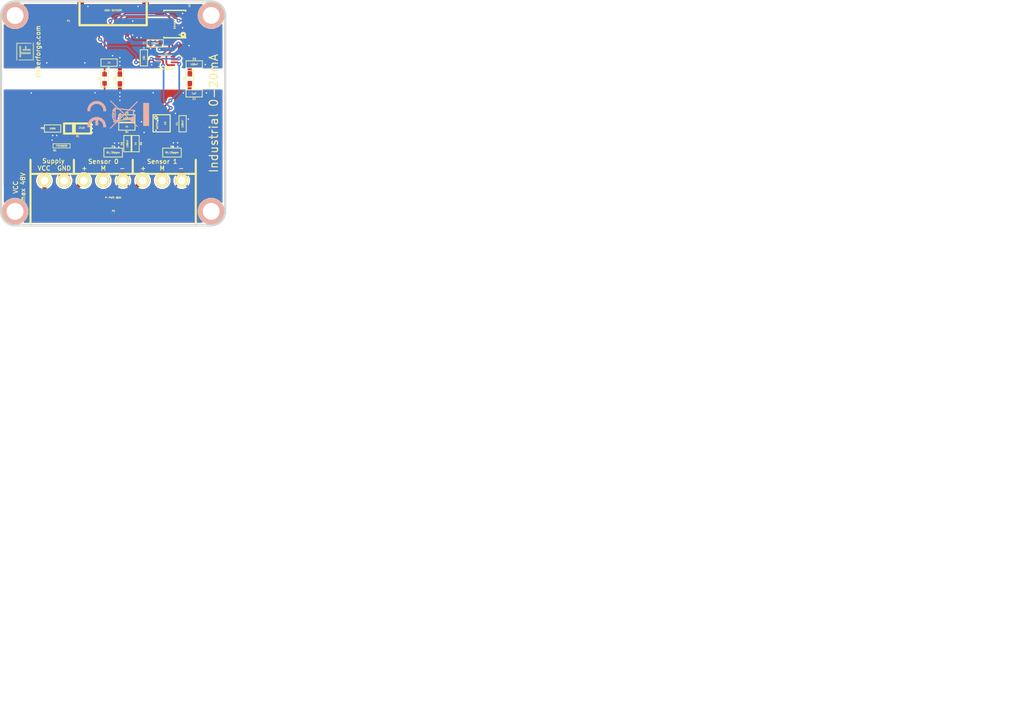
<source format=kicad_pcb>
(kicad_pcb (version 4) (host pcbnew 4.0.6-e0-6349~53~ubuntu16.04.1)
  (title_block (title "Industrial Dual 0-20mA Bricklet") (rev 1.0) (company "Tinkerforge GmbH") (comment 1 "Licensed under CERN OHL v.1.1") (comment 2 "Copyright (©) 2013, B.Nordmeyer <bastian@tinkerforge.com>"))
  (layers (0 Front signal) (31 Back signal hide) (34 B.Paste user) (35 F.Paste user) (36 B.SilkS user) (37 F.SilkS user) (38 B.Mask user) (39 F.Mask user) (44 Edge.Cuts user))
  (net 0 "")
  (net 1 +3.3VP)
  (net 2 3V3)
  (net 3 AGND)
  (net 4 GND)
  (net 5 MEASURE)
  (net 6 SCL)
  (net 7 SCL2)
  (net 8 SDA)
  (net 9 SDA2)
  (net 10 "Net-(C5-Pad2)")
  (net 11 "Net-(C6-Pad2)")
  (net 12 "Net-(P1-Pad6)")
  (net 13 "Net-(P1-Pad7)")
  (net 14 "Net-(P1-Pad8)")
  (net 15 "Net-(P2-Pad2)")
  (net 16 "Net-(P2-Pad4)")
  (net 17 "Net-(P2-Pad7)")
  (net 18 "Net-(D1-Pad2)")
  (module SOIC8 (layer Front) (at 128.80086 42.1005 90)
    (fp_text reference U1 (at 3.29946 2.60096 90) (layer F.SilkS) (effects (font (size 0.29972 0.29972) (thickness 0.0762))))
    (fp_text value M24C64 (at 0 0 90) (layer F.SilkS) (effects (font (size 0.29972 0.29972) (thickness 0.0762))))
    (pad 1 smd rect (at -1.90246 2.69748 270) (size 0.59944 1.5494) (layers Front F.Paste F.Mask) (net 4 GND))
    (pad 2 smd rect (at -0.63246 2.69748 270) (size 0.59944 1.5494) (layers Front F.Paste F.Mask) (net 4 GND))
    (pad 3 smd rect (at 0.63246 2.69748 270) (size 0.59944 1.5494) (layers Front F.Paste F.Mask) (net 12 "Net-(P1-Pad6)"))
    (pad 4 smd rect (at 1.90246 2.69748 270) (size 0.59944 1.5494) (layers Front F.Paste F.Mask) (net 4 GND))
    (pad 5 smd rect (at 1.90246 -2.69748 90) (size 0.59944 1.5494) (layers Front F.Paste F.Mask) (net 8 SDA))
    (pad 6 smd rect (at 0.63246 -2.69748 90) (size 0.59944 1.5494) (layers Front F.Paste F.Mask) (net 6 SCL))
    (pad 7 smd rect (at -0.63246 -2.69748 90) (size 0.59944 1.5494) (layers Front F.Paste F.Mask))
    (pad 8 smd rect (at -1.90246 -2.69748 90) (size 0.59944 1.5494) (layers Front F.Paste F.Mask) (net 2 3V3))
  )
  (module OQ_8P (layer Front) (at 117.80012 70.05066)
    (fp_text reference P2 (at 0.0508 5.45084) (layer F.SilkS) (effects (font (size 0.29972 0.29972) (thickness 0.0762))))
    (fp_text value P-PWR-8GN (at 0 3.05054) (layer F.SilkS) (effects (font (size 0.29972 0.29972) (thickness 0.07493))))
    (pad 2 thru_hole circle (at -8.7503 0) (size 2.4003 2.4003) (drill 1.39954) (layers *.Cu *.Mask F.SilkS) (net 15 "Net-(P2-Pad2)"))
    (pad 3 thru_hole circle (at -5.25018 0) (size 2.4003 2.4003) (drill 1.39954) (layers *.Cu *.Mask F.SilkS) (net 5 MEASURE))
    (pad 4 thru_hole circle (at -1.75006 0) (size 2.4003 2.4003) (drill 1.39954) (layers *.Cu *.Mask F.SilkS) (net 16 "Net-(P2-Pad4)"))
    (pad 1 thru_hole circle (at -12.25042 0) (size 2.4003 2.4003) (drill 1.39954) (layers *.Cu *.Mask F.SilkS) (net 5 MEASURE))
    (pad 5 thru_hole circle (at 1.75006 0) (size 2.4003 2.4003) (drill 1.39954) (layers *.Cu *.Mask F.SilkS) (net 3 AGND))
    (pad 6 thru_hole circle (at 5.25018 0) (size 2.4003 2.4003) (drill 1.39954) (layers *.Cu *.Mask F.SilkS) (net 5 MEASURE))
    (pad 7 thru_hole circle (at 8.7503 0) (size 2.4003 2.4003) (drill 1.39954) (layers *.Cu *.Mask F.SilkS) (net 17 "Net-(P2-Pad7)"))
    (pad 8 thru_hole circle (at 12.25042 0) (size 2.4003 2.4003) (drill 1.39954) (layers *.Cu *.Mask F.SilkS) (net 3 AGND))
  )
  (module CON-SENSOR (layer Front) (at 117.80012 38.0492 180)
    (fp_text reference P1 (at 7.9502 -3.50012 180) (layer F.SilkS) (effects (font (size 0.29972 0.29972) (thickness 0.0762))))
    (fp_text value CON-SENSOR (at 0 -1.6002 180) (layer F.SilkS) (effects (font (size 0.29972 0.29972) (thickness 0.0762))))
    (pad 1 smd rect (at -4.50088 -4.7752 180) (size 0.59944 1.5494) (layers Front F.Paste F.Mask))
    (pad 2 smd rect (at -3.50012 -4.7752 180) (size 0.59944 1.5494) (layers Front F.Paste F.Mask) (net 4 GND))
    (pad 3 smd rect (at -2.49936 -4.7752 180) (size 0.59944 1.5494) (layers Front F.Paste F.Mask) (net 2 3V3))
    (pad 4 smd rect (at -1.50114 -4.7752 180) (size 0.59944 1.5494) (layers Front F.Paste F.Mask) (net 6 SCL))
    (pad 5 smd rect (at -0.50038 -4.7752 180) (size 0.59944 1.5494) (layers Front F.Paste F.Mask) (net 8 SDA))
    (pad 6 smd rect (at 0.50038 -4.7752 180) (size 0.59944 1.5494) (layers Front F.Paste F.Mask) (net 12 "Net-(P1-Pad6)"))
    (pad 7 smd rect (at 1.50114 -4.7752 180) (size 0.59944 1.5494) (layers Front F.Paste F.Mask) (net 13 "Net-(P1-Pad7)"))
    (pad 8 smd rect (at 2.49936 -4.7752 180) (size 0.59944 1.5494) (layers Front F.Paste F.Mask) (net 14 "Net-(P1-Pad8)"))
    (pad 9 smd rect (at 3.50012 -4.7752 180) (size 0.59944 1.5494) (layers Front F.Paste F.Mask))
    (pad 10 smd rect (at 4.50088 -4.7752 180) (size 0.59944 1.5494) (layers Front F.Paste F.Mask))
    (pad EP smd rect (at -5.79882 -0.89916 180) (size 1.19888 1.80086) (layers Front F.Paste F.Mask) (net 4 GND))
    (pad EP smd rect (at 5.79882 -0.89916 180) (size 1.19888 1.80086) (layers Front F.Paste F.Mask) (net 4 GND))
  )
  (module 0603 (layer Front) (at 125.30074 45.54982 180)
    (fp_text reference C1 (at 1.94818 0.0508 180) (layer F.SilkS) (effects (font (size 0.29972 0.29972) (thickness 0.0762))))
    (fp_text value 100nF (at 0 0 180) (layer F.SilkS) (effects (font (size 0.29972 0.29972) (thickness 0.0762))))
    (pad 1 smd rect (at -0.8001 0 180) (size 0.8001 0.8001) (layers Front F.Paste F.Mask) (net 2 3V3))
    (pad 2 smd rect (at 0.8001 0 180) (size 0.8001 0.8001) (layers Front F.Paste F.Mask) (net 4 GND))
  )
  (module SOT23GDS (layer Front) (at 108.60024 63.84544)
    (fp_text reference Q1 (at -1.19888 0.80264) (layer F.SilkS) (effects (font (size 0.29972 0.29972) (thickness 0.0762))))
    (fp_text value FDN5630 (at 0 0) (layer F.SilkS) (effects (font (size 0.29972 0.29972) (thickness 0.0762))))
    (pad S smd rect (at -0.889 -1.016) (size 0.9144 0.9144) (layers Front F.Paste F.Mask) (net 3 AGND))
    (pad G smd rect (at 0.889 -1.016) (size 0.9144 0.9144) (layers Front F.Paste F.Mask) (net 18 "Net-(D1-Pad2)"))
    (pad D smd rect (at 0 1.016) (size 0.9144 0.9144) (layers Front F.Paste F.Mask) (net 15 "Net-(P2-Pad2)"))
  )
  (module 0805 (layer Front) (at 117.80012 65.0494)
    (fp_text reference R7 (at 0 -1.04902) (layer F.SilkS) (effects (font (size 0.29972 0.29972) (thickness 0.0762))))
    (fp_text value 91/25ppm (at 0 0) (layer F.SilkS) (effects (font (size 0.29972 0.29972) (thickness 0.0762))))
    (pad 1 smd rect (at -1.00076 0) (size 1.00076 1.24968) (layers Front F.Paste F.Mask) (net 16 "Net-(P2-Pad4)") (clearance 0.14986))
    (pad 2 smd rect (at 1.00076 0) (size 1.00076 1.24968) (layers Front F.Paste F.Mask) (net 3 AGND) (clearance 0.14986))
  )
  (module 0805 (layer Front) (at 128.30048 65.0494)
    (fp_text reference R6 (at 0 -1.04902) (layer F.SilkS) (effects (font (size 0.29972 0.29972) (thickness 0.0762))))
    (fp_text value 91/25ppm (at 0 0) (layer F.SilkS) (effects (font (size 0.29972 0.29972) (thickness 0.0762))))
    (pad 1 smd rect (at -1.00076 0) (size 1.00076 1.24968) (layers Front F.Paste F.Mask) (net 17 "Net-(P2-Pad7)") (clearance 0.14986))
    (pad 2 smd rect (at 1.00076 0) (size 1.00076 1.24968) (layers Front F.Paste F.Mask) (net 3 AGND) (clearance 0.14986))
  )
  (module 0603 (layer Front) (at 107 60.75)
    (fp_text reference R8 (at -1.84912 -0.0508) (layer F.SilkS) (effects (font (size 0.29972 0.29972) (thickness 0.0762))))
    (fp_text value 100k (at 0 0) (layer F.SilkS) (effects (font (size 0.29972 0.29972) (thickness 0.0762))))
    (pad 1 smd rect (at -0.8001 0) (size 0.8001 0.8001) (layers Front F.Paste F.Mask) (net 5 MEASURE))
    (pad 2 smd rect (at 0.8001 0) (size 0.8001 0.8001) (layers Front F.Paste F.Mask) (net 18 "Net-(D1-Pad2)"))
  )
  (module 0603 (layer Front) (at 121.80062 63.4492 270)
    (fp_text reference R5 (at 0 -1.00076 270) (layer F.SilkS) (effects (font (size 0.29972 0.29972) (thickness 0.0762))))
    (fp_text value 1k (at 0 0 270) (layer F.SilkS) (effects (font (size 0.29972 0.29972) (thickness 0.0762))))
    (pad 1 smd rect (at -0.8001 0 270) (size 0.8001 0.8001) (layers Front F.Paste F.Mask) (net 11 "Net-(C6-Pad2)"))
    (pad 2 smd rect (at 0.8001 0 270) (size 0.8001 0.8001) (layers Front F.Paste F.Mask) (net 17 "Net-(P2-Pad7)"))
  )
  (module 0603 (layer Front) (at 120.25 58.95)
    (fp_text reference C5 (at 0 -1.00076) (layer F.SilkS) (effects (font (size 0.29972 0.29972) (thickness 0.0762))))
    (fp_text value 100nF (at 0 0) (layer F.SilkS) (effects (font (size 0.29972 0.29972) (thickness 0.0762))))
    (pad 1 smd rect (at -0.8001 0) (size 0.8001 0.8001) (layers Front F.Paste F.Mask) (net 3 AGND))
    (pad 2 smd rect (at 0.8001 0) (size 0.8001 0.8001) (layers Front F.Paste F.Mask) (net 10 "Net-(C5-Pad2)"))
  )
  (module 0603 (layer Front) (at 130.2 59.9 90)
    (fp_text reference C4 (at 0 -1.00076 90) (layer F.SilkS) (effects (font (size 0.29972 0.29972) (thickness 0.0762))))
    (fp_text value 100nF (at 0 0 90) (layer F.SilkS) (effects (font (size 0.29972 0.29972) (thickness 0.0762))))
    (pad 1 smd rect (at -0.8001 0 90) (size 0.8001 0.8001) (layers Front F.Paste F.Mask) (net 1 +3.3VP))
    (pad 2 smd rect (at 0.8001 0 90) (size 0.8001 0.8001) (layers Front F.Paste F.Mask) (net 3 AGND))
  )
  (module 0603 (layer Front) (at 132.275 49.3)
    (fp_text reference C3 (at 0 -1.00076) (layer F.SilkS) (effects (font (size 0.29972 0.29972) (thickness 0.0762))))
    (fp_text value 100nF (at 0 0) (layer F.SilkS) (effects (font (size 0.29972 0.29972) (thickness 0.0762))))
    (pad 1 smd rect (at -0.8001 0) (size 0.8001 0.8001) (layers Front F.Paste F.Mask) (net 2 3V3))
    (pad 2 smd rect (at 0.8001 0) (size 0.8001 0.8001) (layers Front F.Paste F.Mask) (net 4 GND))
  )
  (module 0603 (layer Front) (at 132.25 54.475 180)
    (fp_text reference C2 (at 0 -1.00076 180) (layer F.SilkS) (effects (font (size 0.29972 0.29972) (thickness 0.0762))))
    (fp_text value 1µF (at 0 0 180) (layer F.SilkS) (effects (font (size 0.29972 0.29972) (thickness 0.0762))))
    (pad 1 smd rect (at -0.8001 0 180) (size 0.8001 0.8001) (layers Front F.Paste F.Mask) (net 3 AGND))
    (pad 2 smd rect (at 0.8001 0 180) (size 0.8001 0.8001) (layers Front F.Paste F.Mask) (net 1 +3.3VP))
  )
  (module 0603 (layer Front) (at 117.075 48.975 180)
    (fp_text reference R1 (at 0 -1.00076 180) (layer F.SilkS) (effects (font (size 0.29972 0.29972) (thickness 0.0762))))
    (fp_text value 1k (at 0 0 180) (layer F.SilkS) (effects (font (size 0.29972 0.29972) (thickness 0.0762))))
    (pad 1 smd rect (at -0.8001 0 180) (size 0.8001 0.8001) (layers Front F.Paste F.Mask) (net 4 GND))
    (pad 2 smd rect (at 0.8001 0 180) (size 0.8001 0.8001) (layers Front F.Paste F.Mask) (net 13 "Net-(P1-Pad7)"))
  )
  (module 0603 (layer Front) (at 116.275 51.875 90)
    (fp_text reference R2 (at 0 -1.00076 90) (layer F.SilkS) (effects (font (size 0.29972 0.29972) (thickness 0.0762))))
    (fp_text value 6k8 (at 0 0 90) (layer F.SilkS) (effects (font (size 0.29972 0.29972) (thickness 0.0762))))
    (pad 1 smd rect (at -0.8001 0 90) (size 0.8001 0.8001) (layers Front F.Paste F.Mask) (net 5 MEASURE))
    (pad 2 smd rect (at 0.8001 0 90) (size 0.8001 0.8001) (layers Front F.Paste F.Mask) (net 13 "Net-(P1-Pad7)"))
  )
  (module 0603 (layer Front) (at 120.25122 60.39866 180)
    (fp_text reference R4 (at 0 -1.00076 180) (layer F.SilkS) (effects (font (size 0.29972 0.29972) (thickness 0.0762))))
    (fp_text value 1k (at 0 0 180) (layer F.SilkS) (effects (font (size 0.29972 0.29972) (thickness 0.0762))))
    (pad 1 smd rect (at -0.8001 0 180) (size 0.8001 0.8001) (layers Front F.Paste F.Mask) (net 10 "Net-(C5-Pad2)"))
    (pad 2 smd rect (at 0.8001 0 180) (size 0.8001 0.8001) (layers Front F.Paste F.Mask) (net 16 "Net-(P2-Pad4)"))
  )
  (module Logo_31x31 (layer Front) (at 100.50018 48.60036 90)
    (fp_text reference G*** hide)
    (fp_text value Logo_31x31 hide)
  )
  (module Fiducial_Mark (layer Front) (at 136.3 44.05)
    (fp_text reference Fiducial_Mark hide)
    (fp_text value VAL** hide)
    (pad 1 smd circle (at 0 0) (size 1.00076 1.00076) (layers Front F.Mask) (clearance 0.65024))
  )
  (module Fiducial_Mark (layer Front) (at 99.2 72.05)
    (fp_text reference Fiducial_Mark hide)
    (fp_text value VAL** hide)
    (pad 1 smd circle (at 0 0) (size 1.00076 1.00076) (layers Front F.Mask) (clearance 0.65024))
  )
  (module CE_5mm (layer Back) (at 114.875 58.225 270)
    (fp_text reference VAL hide)
    (fp_text value CE_5mm hide)
  )
  (module WEEE_7mm (layer Back) (at 120.7 58.275 90)
    (fp_text reference VAL hide)
    (fp_text value WEEE_7mm hide)
  )
  (module 0603 (layer Front) (at 131.5 51.85 90)
    (fp_text reference FB1 (at 0 -1.00076 90) (layer F.SilkS) (effects (font (size 0.29972 0.29972) (thickness 0.0762))))
    (fp_text value FB (at 0 0 90) (layer F.SilkS) (effects (font (size 0.29972 0.29972) (thickness 0.07493))))
    (pad 1 smd rect (at -0.8001 0 90) (size 0.8001 0.8001) (layers Front F.Paste F.Mask) (net 1 +3.3VP))
    (pad 2 smd rect (at 0.8001 0 90) (size 0.8001 0.8001) (layers Front F.Paste F.Mask) (net 2 3V3))
  )
  (module 0603 (layer Front) (at 119 51.9 90)
    (fp_text reference FB2 (at 0 -1.00076 90) (layer F.SilkS) (effects (font (size 0.29972 0.29972) (thickness 0.0762))))
    (fp_text value FB (at 0 0 90) (layer F.SilkS) (effects (font (size 0.29972 0.29972) (thickness 0.07493))))
    (pad 1 smd rect (at -0.8001 0 90) (size 0.8001 0.8001) (layers Front F.Paste F.Mask) (net 3 AGND))
    (pad 2 smd rect (at 0.8001 0 90) (size 0.8001 0.8001) (layers Front F.Paste F.Mask) (net 4 GND))
  )
  (module 0603 (layer Front) (at 123.3 48.125 270)
    (fp_text reference R3 (at 0 -1.00076 270) (layer F.SilkS) (effects (font (size 0.29972 0.29972) (thickness 0.0762))))
    (fp_text value 10k (at 0 0 270) (layer F.SilkS) (effects (font (size 0.29972 0.29972) (thickness 0.0762))))
    (pad 1 smd rect (at -0.8001 0 270) (size 0.8001 0.8001) (layers Front F.Paste F.Mask) (net 4 GND))
    (pad 2 smd rect (at 0.8001 0 270) (size 0.8001 0.8001) (layers Front F.Paste F.Mask) (net 14 "Net-(P1-Pad8)"))
  )
  (module VSSOP8 (layer Front) (at 127.1 48.675 270)
    (fp_text reference U2 (at -1.34874 -0.14986 360) (layer F.SilkS) (effects (font (size 0.29972 0.29972) (thickness 0.0635))))
    (fp_text value NC7WB66K8X (at 1.425 -0.1 360) (layer F.SilkS) (effects (font (size 0.29972 0.29972) (thickness 0.0635))))
    (pad 1 smd rect (at -0.7493 1.37414 90) (size 0.29972 0.7493) (layers Front F.Paste F.Mask) (net 6 SCL))
    (pad 2 smd rect (at -0.24892 1.37414 90) (size 0.29972 0.7493) (layers Front F.Paste F.Mask) (net 7 SCL2))
    (pad 3 smd rect (at 0.24892 1.37414 90) (size 0.29972 0.7493) (layers Front F.Paste F.Mask) (net 14 "Net-(P1-Pad8)"))
    (pad 4 smd rect (at 0.7493 1.37414 90) (size 0.29972 0.7493) (layers Front F.Paste F.Mask) (net 4 GND))
    (pad 5 smd rect (at 0.7493 -1.37414 270) (size 0.29972 0.7493) (layers Front F.Paste F.Mask) (net 8 SDA))
    (pad 6 smd rect (at 0.24892 -1.37414 270) (size 0.29972 0.7493) (layers Front F.Paste F.Mask) (net 9 SDA2))
    (pad 7 smd rect (at -0.24892 -1.37414 270) (size 0.29972 0.7493) (layers Front F.Paste F.Mask) (net 14 "Net-(P1-Pad8)"))
    (pad 8 smd rect (at -0.7493 -1.37414 270) (size 0.29972 0.7493) (layers Front F.Paste F.Mask) (net 2 3V3))
  )
  (module MSOP10-0.5 (layer Front) (at 126.45 59.825 270)
    (fp_text reference U3 (at 0 -0.635 270) (layer F.SilkS) (effects (font (size 0.3 0.3) (thickness 0.075))))
    (fp_text value MCP3423 (at 0 0.762 270) (layer F.SilkS) (effects (font (size 0.3 0.3) (thickness 0.075))))
    (pad 1 smd rect (at -1.016 2.2225 270) (size 0.26924 1.00076) (layers Front F.Paste F.Mask) (net 10 "Net-(C5-Pad2)"))
    (pad 2 smd rect (at -0.508 2.2225 270) (size 0.26924 1.00076) (layers Front F.Paste F.Mask) (net 3 AGND))
    (pad 3 smd rect (at 0 2.2225 270) (size 0.26924 1.00076) (layers Front F.Paste F.Mask) (net 3 AGND))
    (pad 4 smd rect (at 0.508 2.2225 270) (size 0.26924 1.00076) (layers Front F.Paste F.Mask) (net 11 "Net-(C6-Pad2)"))
    (pad 5 smd rect (at 1.016 2.2225 270) (size 0.26924 1.00076) (layers Front F.Paste F.Mask) (net 3 AGND))
    (pad 6 smd rect (at 1.016 -2.2225 270) (size 0.26924 1.00076) (layers Front F.Paste F.Mask) (net 1 +3.3VP))
    (pad 7 smd rect (at 0.508 -2.2225 270) (size 0.26924 1.00076) (layers Front F.Paste F.Mask) (net 9 SDA2))
    (pad 8 smd rect (at 0 -2.2225 270) (size 0.26924 1.00076) (layers Front F.Paste F.Mask) (net 7 SCL2))
    (pad 9 smd rect (at -0.508 -2.2225 270) (size 0.26924 1.00076) (layers Front F.Paste F.Mask) (net 3 AGND))
    (pad 10 smd rect (at -1.016 -2.2225 270) (size 0.26924 1.00076) (layers Front F.Paste F.Mask))
  )
  (module MiniMelf (layer Front) (at 111.45 60.75)
    (fp_text reference D1 (at 0.025 1.375) (layer F.SilkS) (effects (font (size 0.29972 0.29972) (thickness 0.0762))))
    (fp_text value Z12V (at 0.775 -0.1) (layer F.SilkS) (effects (font (size 0.29972 0.29972) (thickness 0.0762))))
    (pad 2 smd rect (at -1.69926 0) (size 1.19888 1.6002) (layers Front F.Paste F.Mask) (net 18 "Net-(D1-Pad2)"))
    (pad 1 smd rect (at 1.69926 0) (size 1.19888 1.6002) (layers Front F.Paste F.Mask) (net 3 AGND))
  )
  (module DRILL_NP (layer Front) (at 135.3 75.55)
    (fp_text reference U5 hide)
    (fp_text value DRILL hide)
    (pad "" thru_hole circle (at 0 0) (size 2.99974 2.99974) (drill 2.99974) (layers *.Cu *.SilkS *.Mask) (clearance 0.89916))
  )
  (module DRILL_NP (layer Front) (at 100.3 75.55)
    (fp_text reference U4 hide)
    (fp_text value DRILL hide)
    (pad "" thru_hole circle (at 0 0) (size 2.99974 2.99974) (drill 2.99974) (layers *.Cu *.SilkS *.Mask) (clearance 0.89916))
  )
  (module DRILL_NP (layer Front) (at 135.3 40.55)
    (fp_text reference U6 hide)
    (fp_text value DRILL hide)
    (pad "" thru_hole circle (at 0 0) (size 2.99974 2.99974) (drill 2.99974) (layers *.Cu *.SilkS *.Mask) (clearance 0.89916))
  )
  (module DRILL_NP (layer Front) (at 100.3 40.575)
    (fp_text reference U7 hide)
    (fp_text value DRILL hide)
    (pad "" thru_hole circle (at 0 0) (size 2.99974 2.99974) (drill 2.99974) (layers *.Cu *.SilkS *.Mask) (clearance 0.89916))
  )
  (module 0603 (layer Front) (at 120.35 63.45 90)
    (fp_text reference C6 (at 0 -1.00076 90) (layer F.SilkS) (effects (font (size 0.29972 0.29972) (thickness 0.0762))))
    (fp_text value 100nF (at 0 0 90) (layer F.SilkS) (effects (font (size 0.29972 0.29972) (thickness 0.0762))))
    (pad 1 smd rect (at -0.8001 0 90) (size 0.8001 0.8001) (layers Front F.Paste F.Mask) (net 3 AGND))
    (pad 2 smd rect (at 0.8001 0 90) (size 0.8001 0.8001) (layers Front F.Paste F.Mask) (net 11 "Net-(C6-Pad2)"))
  )
  (gr_text "Copyright Tinkerforge GmbH 2013.\nThis documentation describes Open Hardware and is licensed under the\nCERN OHL v. 1.1.\nYou may redistribute and modify this documentation under the terms of the\nCERN OHL v.1.1. (http://ohwr.org/cernohl). This documentation is distributed\nWITHOUT ANY EXPRESS OR IMPLIED WARRANTY, INCLUDING OF\nMERCHANTABILITY, SATISFACTORY QUALITY AND FITNESS FOR A\nPARTICULAR PURPOSE. Please see the CERN OHL v.1.1 for applicable\nconditions\n" (at 38.2 185.3) (layer Back) (effects (font (size 0.8 0.8) (thickness 0.2)) (justify mirror)))
  (gr_text "+    M    -" (at 126.55042 67.84848) (layer F.SilkS) (effects (font (size 0.8001 0.8001) (thickness 0.14986))))
  (gr_text "+    M    -" (at 116.05006 67.84848) (layer F.SilkS) (effects (font (size 0.8001 0.8001) (thickness 0.14986))))
  (gr_text "VCC  GND" (at 107.29976 67.84848) (layer F.SilkS) (effects (font (size 0.8001 0.8001) (thickness 0.14986))))
  (gr_text "Sensor 1" (at 126.55042 66.6496) (layer F.SilkS) (effects (font (size 0.8001 0.8001) (thickness 0.14986))))
  (gr_text "Sensor 0" (at 116.05006 66.6496) (layer F.SilkS) (effects (font (size 0.8001 0.8001) (thickness 0.14986))))
  (gr_text Supply (at 107.1499 66.548) (layer F.SilkS) (effects (font (size 0.8001 0.8001) (thickness 0.14986))))
  (gr_line (start 132.5499 68.84924) (end 132.5499 66.34988) (angle 90) (layer F.SilkS) (width 0.381))
  (gr_line (start 121.30024 68.84924) (end 121.30024 66.34988) (angle 90) (layer F.SilkS) (width 0.381))
  (gr_line (start 110.79988 68.84924) (end 110.79988 66.34988) (angle 90) (layer F.SilkS) (width 0.381))
  (gr_line (start 103.05034 68.84924) (end 103.05034 66.34988) (angle 90) (layer F.SilkS) (width 0.381))
  (gr_text "VCC\nmax 48V" (at 101.05136 71.24954 90) (layer F.SilkS) (effects (font (size 0.8001 0.8001) (thickness 0.14986))))
  (gr_text tinkerforge.com (at 104.39908 47.00016 90) (layer F.SilkS) (effects (font (size 0.8001 0.8001) (thickness 0.14986))))
  (gr_text "Industrial 0-20mA" (at 135.7503 58.04916 90) (layer F.SilkS) (effects (font (size 1.50114 1.50114) (thickness 0.20066))))
  (gr_arc (start 100.29952 40.5511) (end 97.80016 40.5511) (angle 90) (layer Edge.Cuts) (width 0.381))
  (gr_arc (start 100.29952 75.54976) (end 100.29952 78.04912) (angle 90) (layer Edge.Cuts) (width 0.381))
  (gr_arc (start 135.29818 75.54976) (end 137.80008 75.54976) (angle 90) (layer Edge.Cuts) (width 0.381))
  (gr_arc (start 135.29818 40.5511) (end 135.29818 38.0492) (angle 90) (layer Edge.Cuts) (width 0.381))
  (gr_line (start 97.80016 40.5511) (end 97.80016 75.54976) (angle 90) (layer Edge.Cuts) (width 0.381))
  (gr_line (start 135.30072 38.0492) (end 100.29952 38.0492) (angle 90) (layer Edge.Cuts) (width 0.381))
  (gr_line (start 137.80262 75.54976) (end 137.80262 40.5511) (angle 90) (layer Edge.Cuts) (width 0.381))
  (gr_line (start 100.29952 78.04912) (end 135.30072 78.04912) (angle 90) (layer Edge.Cuts) (width 0.381))
  (segment (start 131.4499 54.475) (end 131.4499 52.6502) (width 0.70104) (layer Front) (net 1))
  (segment (start 128.6725 60.841) (end 130.0591 60.841) (width 0.29972) (layer Front) (net 1))
  (segment (start 130.2 60.7001) (end 131.3749 60.7001) (width 0.29972) (layer Front) (net 1))
  (segment (start 130.0591 60.841) (end 130.2 60.7001) (width 0.29972) (layer Front) (net 1))
  (segment (start 131.3749 60.7001) (end 132.025 60.05) (width 0.29972) (layer Front) (net 1))
  (segment (start 132.025 60.05) (end 132.025 56.25) (width 0.29972) (layer Front) (net 1))
  (segment (start 132.025 56.25) (end 131.475 55.7) (width 0.29972) (layer Front) (net 1))
  (segment (start 131.4499 52.6502) (end 131.475 52.6251) (width 0.70104) (layer Front) (net 1))
  (segment (start 131.475 55.7) (end 131.475 52.6251) (width 0.29972) (layer Front) (net 1))
  (segment (start 131.475 51.0249) (end 131.475 48.825) (width 0.70104) (layer Front) (net 2))
  (segment (start 131.475 48.825) (end 129.7249 47.0749) (width 0.70104) (layer Front) (net 2))
  (segment (start 129.7249 47.0749) (end 129.7249 46.875) (width 0.70104) (layer Front) (net 2))
  (segment (start 129.7249 46.875) (end 129.7249 45.8249) (width 0.70104) (layer Front) (net 2))
  (segment (start 129.7249 45.8249) (end 129.475 45.575) (width 0.70104) (layer Front) (net 2))
  (via (at 129.475 45.575) (size 0.70104) (layers Front Back) (net 2))
  (segment (start 129.475 45.575) (end 128.45116 46.59884) (width 0.70104) (layer Back) (net 2))
  (segment (start 128.45116 46.59884) (end 126.10084 46.59884) (width 0.70104) (layer Back) (net 2))
  (via (at 126.10084 46.59884) (size 0.70104) (layers Front Back) (net 2))
  (segment (start 126.10084 46.59884) (end 126.10084 46.14926) (width 0.70104) (layer Back) (net 2))
  (segment (start 126.10084 46.14926) (end 125.40234 45.45076) (width 0.70104) (layer Back) (net 2))
  (segment (start 131.475 51.0249) (end 131.475 49.3001) (width 0.70104) (layer Front) (net 2))
  (segment (start 131.475 49.3001) (end 131.4749 49.3) (width 0.70104) (layer Front) (net 2))
  (segment (start 128.47414 47.9257) (end 128.6742 47.9257) (width 0.29972) (layer Front) (net 2))
  (segment (start 128.6742 47.9257) (end 129.7249 46.875) (width 0.29972) (layer Front) (net 2))
  (segment (start 126.10338 44.00296) (end 126.10338 45.54728) (width 0.29972) (layer Front) (net 2))
  (segment (start 126.10338 45.54728) (end 126.10084 45.54982) (width 0.29972) (layer Front) (net 2))
  (segment (start 120.29948 44.49826) (end 120.29948 42.8244) (width 0.70104) (layer Front) (net 2))
  (segment (start 125.40234 45.45076) (end 121.25198 45.45076) (width 0.70104) (layer Back) (net 2))
  (segment (start 121.25198 45.45076) (end 120.29948 44.49826) (width 0.70104) (layer Back) (net 2))
  (via (at 120.29948 44.49826) (size 0.70104) (layers Front Back) (net 2))
  (segment (start 126.10084 46.59884) (end 126.10084 45.54982) (width 0.29972) (layer Front) (net 2))
  (segment (start 128.925 58.05) (end 130.8 58.05) (width 0.14986) (layer Front) (net 3))
  (segment (start 131.2001 59.0999) (end 131.225 59.075) (width 0.29972) (layer Front) (net 3))
  (via (at 131.225 59.075) (size 0.70104) (layers Front Back) (net 3))
  (segment (start 131.2001 59.0999) (end 130.2 59.0999) (width 0.29972) (layer Front) (net 3))
  (segment (start 131.225 58.475) (end 131.225 59.075) (width 0.14986) (layer Front) (net 3))
  (segment (start 130.8 58.05) (end 131.225 58.475) (width 0.14986) (layer Front) (net 3))
  (segment (start 128.6725 58.3025) (end 128.925 58.05) (width 0.29972) (layer Front) (net 3))
  (via (at 128.925 58.05) (size 0.70104) (layers Front Back) (net 3))
  (segment (start 119.4499 58.95) (end 118.7 58.95) (width 0.70104) (layer Front) (net 3))
  (segment (start 118.8 63.35) (end 118.8 59.05) (width 0.50038) (layer Back) (net 3))
  (via (at 118.8 63.35) (size 0.70104) (layers Front Back) (net 3))
  (segment (start 118.8 59.05) (end 118.7 58.95) (width 0.50038) (layer Back) (net 3))
  (segment (start 118.7 58.95) (end 115.175 58.95) (width 0.29972) (layer Back) (net 3))
  (segment (start 123.325 61.45) (end 121.2 61.45) (width 0.29972) (layer Back) (net 3))
  (segment (start 121.2 61.45) (end 118.7 58.95) (width 0.29972) (layer Back) (net 3))
  (via (at 123.325 61.45) (size 0.70104) (layers Front Back) (net 3))
  (via (at 118.7 58.95) (size 0.70104) (layers Front Back) (net 3))
  (via (at 114.075 60.05) (size 0.70104) (layers Front Back) (net 3))
  (segment (start 115.175 58.95) (end 114.075 60.05) (width 0.29972) (layer Back) (net 3))
  (segment (start 114.075 60.05) (end 114.075 60.75) (width 0.70104) (layer Front) (net 3))
  (segment (start 134.45 54.4) (end 133.1251 54.4) (width 0.70104) (layer Front) (net 3))
  (via (at 134.45 54.4) (size 0.70104) (layers Front Back) (net 3))
  (segment (start 130.35 54.4) (end 134.45 54.4) (width 0.29972) (layer Back) (net 3))
  (segment (start 133.1251 54.4) (end 133.0501 54.475) (width 0.70104) (layer Front) (net 3))
  (segment (start 122.85 59.55) (end 127.425 59.55) (width 0.50038) (layer Back) (net 3))
  (segment (start 123.083 59.317) (end 122.85 59.55) (width 0.29972) (layer Front) (net 3))
  (via (at 122.85 59.55) (size 0.70104) (layers Front Back) (net 3))
  (segment (start 124.2275 59.317) (end 123.083 59.317) (width 0.29972) (layer Front) (net 3))
  (segment (start 127.425 59.55) (end 128.925 58.05) (width 0.50038) (layer Back) (net 3))
  (segment (start 118.80088 63.35088) (end 118.8 63.35) (width 0.70104) (layer Front) (net 3))
  (segment (start 118.80088 64.04864) (end 118.80088 63.35088) (width 0.70104) (layer Front) (net 3))
  (segment (start 106.9 62.825) (end 112.7 62.825) (width 0.50038) (layer Back) (net 3))
  (via (at 114.075 61.45) (size 0.70104) (layers Front Back) (net 3))
  (segment (start 114.075 60.75) (end 114.075 61.45) (width 0.70104) (layer Front) (net 3))
  (via (at 114.075 60.75) (size 0.70104) (layers Front Back) (net 3))
  (segment (start 106.90444 62.82944) (end 106.9 62.825) (width 0.70104) (layer Front) (net 3))
  (via (at 106.9 62.825) (size 0.70104) (layers Front Back) (net 3))
  (segment (start 106.90444 62.82944) (end 107.71124 62.82944) (width 0.70104) (layer Front) (net 3))
  (segment (start 112.7 62.825) (end 114.075 61.45) (width 0.50038) (layer Back) (net 3))
  (segment (start 107.025 62) (end 107.725 62) (width 0.70104) (layer Front) (net 3))
  (via (at 107.025 62) (size 0.70104) (layers Front Back) (net 3))
  (segment (start 107.71124 62.01376) (end 107.71124 62.82944) (width 0.70104) (layer Front) (net 3))
  (via (at 107.725 62) (size 0.70104) (layers Front Back) (net 3))
  (segment (start 107.71124 62.01376) (end 107.725 62) (width 0.70104) (layer Front) (net 3))
  (segment (start 130.35 54.4) (end 130.35 56.625) (width 0.29972) (layer Back) (net 3))
  (segment (start 130.35 56.625) (end 128.925 58.05) (width 0.29972) (layer Back) (net 3))
  (segment (start 128.55 63.3) (end 128.55 58.425) (width 0.29972) (layer Back) (net 3))
  (segment (start 128.5494 63.3006) (end 128.55 63.3) (width 0.70104) (layer Front) (net 3))
  (via (at 128.55 63.3) (size 0.70104) (layers Front Back) (net 3))
  (via (at 128.5494 64.00038) (size 0.70104) (layers Front Back) (net 3))
  (segment (start 128.5494 64.00038) (end 129.30124 64.00038) (width 0.70104) (layer Front) (net 3))
  (segment (start 128.5494 64.00038) (end 128.5494 63.3006) (width 0.70104) (layer Front) (net 3))
  (segment (start 128.55 58.425) (end 128.925 58.05) (width 0.29972) (layer Back) (net 3))
  (segment (start 124.2275 60.841) (end 123.934 60.841) (width 0.29972) (layer Front) (net 3))
  (segment (start 123.934 60.841) (end 123.325 61.45) (width 0.29972) (layer Front) (net 3))
  (segment (start 130.325 54.375) (end 130.35 54.4) (width 0.29972) (layer Front) (net 3))
  (via (at 130.35 54.4) (size 0.70104) (layers Front Back) (net 3))
  (segment (start 124.9 54.325) (end 119 54.325) (width 0.29972) (layer Front) (net 3))
  (via (at 124.95 54.375) (size 0.70104) (layers Front Back) (net 3))
  (segment (start 124.9 54.325) (end 124.95 54.375) (width 0.29972) (layer Front) (net 3))
  (segment (start 124.95 54.375) (end 130.325 54.375) (width 0.29972) (layer Front) (net 3))
  (segment (start 114.575 54.375) (end 103.2 54.375) (width 0.29972) (layer Back) (net 3))
  (segment (start 114.625 54.325) (end 114.575 54.375) (width 0.29972) (layer Back) (net 3))
  (via (at 114.575 54.375) (size 0.70104) (layers Front Back) (net 3))
  (via (at 119 54.325) (size 0.70104) (layers Front Back) (net 3))
  (segment (start 119 54.325) (end 114.625 54.325) (width 0.29972) (layer Back) (net 3))
  (via (at 103.175 54.4) (size 0.70104) (layers Front Back) (net 3))
  (segment (start 103.2 54.375) (end 103.175 54.4) (width 0.29972) (layer Back) (net 3))
  (segment (start 129.30124 64.00038) (end 129.30124 63.30124) (width 0.70104) (layer Front) (net 3))
  (segment (start 129.30124 63.30124) (end 129.3 63.3) (width 0.70104) (layer Front) (net 3))
  (via (at 129.3 63.3) (size 0.70104) (layers Front Back) (net 3))
  (segment (start 129.30124 65.0494) (end 129.30124 64.00038) (width 0.70104) (layer Front) (net 3))
  (via (at 129.30124 64.00038) (size 0.70104) (layers Front Back) (net 3))
  (segment (start 129.30124 64.00038) (end 129.30086 64) (width 0.70104) (layer Back) (net 3))
  (segment (start 129.30086 64) (end 129.3 64) (width 0.70104) (layer Back) (net 3))
  (segment (start 118.04904 64.04864) (end 118.04904 63.35096) (width 0.70104) (layer Front) (net 3))
  (segment (start 118.80088 64.04864) (end 118.04904 64.04864) (width 0.70104) (layer Front) (net 3))
  (via (at 118.04904 64.04864) (size 0.70104) (layers Front Back) (net 3))
  (via (at 118.05 63.35) (size 0.70104) (layers Front Back) (net 3))
  (segment (start 118.04904 63.35096) (end 118.05 63.35) (width 0.70104) (layer Front) (net 3))
  (segment (start 118.80088 65.0494) (end 118.80088 64.04864) (width 0.70104) (layer Front) (net 3))
  (via (at 118.80088 64.04864) (size 0.70104) (layers Front Back) (net 3))
  (segment (start 118.8 64.04952) (end 118.8 64.05) (width 0.70104) (layer Back) (net 3))
  (segment (start 118.80088 64.04864) (end 118.8 64.04952) (width 0.70104) (layer Back) (net 3))
  (segment (start 119 55.725) (end 119 55.025) (width 0.70104) (layer Front) (net 3))
  (via (at 119 55.025) (size 0.70104) (layers Front Back) (net 3))
  (segment (start 119 55.025) (end 119 54.325) (width 0.70104) (layer Front) (net 3))
  (via (at 119 55.725) (size 0.70104) (layers Front Back) (net 3))
  (segment (start 124.2275 59.825) (end 124.2275 59.317) (width 0.29972) (layer Front) (net 3))
  (segment (start 124.2275 60.841) (end 125.216 60.841) (width 0.29972) (layer Front) (net 3))
  (via (at 125.45 61.075) (size 0.70104) (layers Front Back) (net 3))
  (segment (start 125.216 60.841) (end 125.45 61.075) (width 0.29972) (layer Front) (net 3))
  (segment (start 124.2275 59.317) (end 125.767 59.317) (width 0.29972) (layer Front) (net 3))
  (via (at 125.775 59.325) (size 0.70104) (layers Front Back) (net 3))
  (segment (start 125.767 59.317) (end 125.775 59.325) (width 0.29972) (layer Front) (net 3))
  (segment (start 128.6725 59.317) (end 129.9829 59.317) (width 0.29972) (layer Front) (net 3))
  (segment (start 120.35028 64.2493) (end 119.60098 64.2493) (width 0.70104) (layer Front) (net 3))
  (segment (start 130.05054 70.05066) (end 130.05054 65.7987) (width 1.00076) (layer Front) (net 3))
  (segment (start 119.55018 70.05066) (end 119.55018 65.7987) (width 1.00076) (layer Front) (net 3))
  (segment (start 130.05054 65.7987) (end 129.30124 65.0494) (width 1.00076) (layer Front) (net 3))
  (segment (start 119.55018 65.7987) (end 118.80088 65.0494) (width 1.00076) (layer Front) (net 3))
  (segment (start 119.60098 64.2493) (end 118.80088 65.0494) (width 0.70104) (layer Front) (net 3))
  (segment (start 129.9829 59.317) (end 130.2 59.0999) (width 0.29972) (layer Front) (net 3))
  (segment (start 119 54.325) (end 119 52.6751) (width 0.70104) (layer Front) (net 3))
  (segment (start 114.075 60.75) (end 113.12426 60.75) (width 0.70104) (layer Front) (net 3))
  (segment (start 119 49.5) (end 119 51.0749) (width 0.70104) (layer Front) (net 4))
  (via (at 119 49.5) (size 0.70104) (layers Front Back) (net 4))
  (segment (start 119 48.8) (end 119 49.5) (width 0.70104) (layer Front) (net 4))
  (via (at 119 48.8) (size 0.70104) (layers Front Back) (net 4))
  (segment (start 119 48.1) (end 119 48.8) (width 0.70104) (layer Front) (net 4))
  (via (at 119 48.1) (size 0.70104) (layers Front Back) (net 4))
  (segment (start 134.25 49.325) (end 133.1251 49.325) (width 0.70104) (layer Front) (net 4))
  (segment (start 131.85 46.875) (end 134.25 49.275) (width 0.29972) (layer Front) (net 4))
  (segment (start 134.25 49.275) (end 134.25 49.325) (width 0.29972) (layer Front) (net 4))
  (via (at 134.25 49.325) (size 0.70104) (layers Front Back) (net 4))
  (segment (start 131.3251 46.875) (end 131.85 46.875) (width 0.29972) (layer Front) (net 4))
  (segment (start 129.60096 43.99788) (end 131.35 45.74692) (width 0.50038) (layer Back) (net 4))
  (segment (start 131.3251 46.875) (end 131.3251 45.9749) (width 0.29972) (layer Front) (net 4))
  (via (at 131.35 45.95) (size 0.70104) (layers Front Back) (net 4))
  (segment (start 131.3251 45.9749) (end 131.35 45.95) (width 0.29972) (layer Front) (net 4))
  (segment (start 131.35 45.95) (end 131.35 45.74692) (width 0.50038) (layer Back) (net 4))
  (segment (start 133.1251 49.325) (end 133.1001 49.3) (width 0.70104) (layer Front) (net 4))
  (segment (start 112.75 43) (end 114.05095 41.69905) (width 0.50038) (layer Back) (net 4))
  (segment (start 121.30024 41.54932) (end 126.92432 41.54932) (width 0.50038) (layer Back) (net 4))
  (segment (start 126.92432 41.54932) (end 129.37288 43.99788) (width 0.50038) (layer Back) (net 4))
  (segment (start 129.37288 43.99788) (end 129.60096 43.99788) (width 0.50038) (layer Back) (net 4))
  (segment (start 129.60096 43.99788) (end 129.60096 43.34764) (width 0.29972) (layer Back) (net 4))
  (segment (start 129.60096 43.34764) (end 130.2004 42.7482) (width 0.29972) (layer Back) (net 4))
  (via (at 129.60096 43.99788) (size 0.70104) (layers Front Back) (net 4))
  (segment (start 129.60604 44.00296) (end 129.60096 43.99788) (width 0.29972) (layer Front) (net 4))
  (segment (start 121.30024 41.54932) (end 120.20042 41.54932) (width 0.70104) (layer Back) (net 4))
  (segment (start 118.85168 42.89806) (end 117.5512 42.89806) (width 0.70104) (layer Back) (net 4))
  (segment (start 117.5512 42.89806) (end 115.24996 42.89806) (width 0.70104) (layer Back) (net 4))
  (segment (start 115.24996 42.89806) (end 114.05095 41.69905) (width 0.70104) (layer Back) (net 4))
  (segment (start 120.20042 41.54932) (end 118.85168 42.89806) (width 0.70104) (layer Back) (net 4))
  (segment (start 113.29924 40.94734) (end 113.29924 38.94836) (width 0.70104) (layer Back) (net 4))
  (segment (start 114.05095 41.69905) (end 113.29924 40.94734) (width 0.70104) (layer Back) (net 4))
  (via (at 121.30024 41.54932) (size 0.70104) (layers Front Back) (net 4))
  (segment (start 128.95072 38.94836) (end 130.2004 40.19804) (width 0.70104) (layer Back) (net 4))
  (via (at 130.2004 40.19804) (size 0.70104) (layers Front Back) (net 4))
  (segment (start 130.2004 42.7482) (end 130.2004 40.19804) (width 0.29972) (layer Back) (net 4))
  (segment (start 121.30024 41.5036) (end 121.30024 41.54932) (width 0.70104) (layer Front) (net 4))
  (segment (start 121.30024 41.54932) (end 121.30024 41.5036) (width 0.70104) (layer Front) (net 4))
  (via (at 130.2004 42.7482) (size 0.70104) (layers Front Back) (net 4))
  (segment (start 122.2502 38.94836) (end 113.29924 38.94836) (width 0.70104) (layer Back) (net 4))
  (via (at 113.29924 38.94836) (size 0.70104) (layers Front Back) (net 4))
  (segment (start 122.2502 38.94836) (end 128.95072 38.94836) (width 0.70104) (layer Back) (net 4))
  (via (at 122.2502 38.94836) (size 0.70104) (layers Front Back) (net 4))
  (segment (start 130.21564 42.73296) (end 130.2004 42.7482) (width 0.29972) (layer Front) (net 4))
  (segment (start 112.75 49.025) (end 112.75 43) (width 0.50038) (layer Back) (net 4))
  (via (at 112.75 49.025) (size 0.70104) (layers Front Back) (net 4))
  (segment (start 105.95 49.025) (end 112.75 49.025) (width 0.29972) (layer Back) (net 4))
  (segment (start 114.025 47.75) (end 112.75 49.025) (width 0.29972) (layer Back) (net 4))
  (via (at 117.7 47.75) (size 0.70104) (layers Front Back) (net 4))
  (segment (start 117.7 47.75) (end 114.025 47.75) (width 0.29972) (layer Back) (net 4))
  (via (at 105.95 49.025) (size 0.70104) (layers Front Back) (net 4))
  (segment (start 123.3 46.35) (end 123.3 44.99688) (width 0.29972) (layer Front) (net 4))
  (via (at 122.80138 44.49826) (size 0.70104) (layers Front Back) (net 4))
  (segment (start 122.80138 44.49826) (end 122.04954 44.49826) (width 0.70104) (layer Front) (net 4))
  (segment (start 121.30024 44.09948) (end 121.69902 44.49826) (width 0.70104) (layer Front) (net 4))
  (segment (start 121.69902 44.49826) (end 122.04954 44.49826) (width 0.70104) (layer Front) (net 4))
  (via (at 122.04954 44.49826) (size 0.70104) (layers Front Back) (net 4))
  (segment (start 121.30024 44.04868) (end 121.30024 42.8244) (width 0.70104) (layer Front) (net 4))
  (via (at 121.30024 44.04868) (size 0.70104) (layers Front Back) (net 4))
  (segment (start 121.30024 44.04868) (end 121.30024 44.09948) (width 0.70104) (layer Front) (net 4))
  (segment (start 123.3 44.99688) (end 122.80138 44.49826) (width 0.29972) (layer Front) (net 4))
  (segment (start 125.72586 49.4243) (end 124.6993 49.4243) (width 0.29972) (layer Front) (net 4))
  (segment (start 123.3 48.025) (end 123.3 46.35) (width 0.29972) (layer Back) (net 4))
  (segment (start 124.675 49.4) (end 123.3 48.025) (width 0.29972) (layer Back) (net 4))
  (via (at 124.675 49.4) (size 0.70104) (layers Front Back) (net 4))
  (segment (start 124.6993 49.4243) (end 124.675 49.4) (width 0.29972) (layer Front) (net 4))
  (segment (start 123.3 46.35) (end 124.375 46.35) (width 0.50038) (layer Back) (net 4))
  (via (at 123.3 46.35) (size 0.70104) (layers Front Back) (net 4))
  (segment (start 123.3 47.3249) (end 123.3 46.35) (width 0.29972) (layer Front) (net 4))
  (segment (start 124.50064 46.47436) (end 124.5 46.475) (width 0.29972) (layer Front) (net 4))
  (via (at 124.5 46.475) (size 0.70104) (layers Front Back) (net 4))
  (segment (start 124.50064 46.47436) (end 124.50064 45.54982) (width 0.29972) (layer Front) (net 4))
  (segment (start 124.375 46.35) (end 124.5 46.475) (width 0.50038) (layer Back) (net 4))
  (segment (start 117.8751 47.9251) (end 117.8751 48.975) (width 0.29972) (layer Front) (net 4))
  (segment (start 117.8751 47.9251) (end 117.7 47.75) (width 0.29972) (layer Front) (net 4))
  (segment (start 119 48.8) (end 118.0501 48.8) (width 0.29972) (layer Front) (net 4))
  (segment (start 118.0501 48.8) (end 117.8751 48.975) (width 0.29972) (layer Front) (net 4))
  (segment (start 131.49834 44.00296) (end 129.60604 44.00296) (width 0.29972) (layer Front) (net 4))
  (segment (start 130.2004 40.19804) (end 131.49834 40.19804) (width 0.29972) (layer Front) (net 4))
  (segment (start 121.30024 42.8244) (end 121.30024 41.5036) (width 0.70104) (layer Front) (net 4))
  (segment (start 130.21564 42.73296) (end 131.49834 42.73296) (width 0.29972) (layer Front) (net 4))
  (segment (start 113.29924 38.94836) (end 112.0013 38.94836) (width 0.70104) (layer Front) (net 4))
  (segment (start 123.59894 38.94836) (end 122.2502 38.94836) (width 0.70104) (layer Front) (net 4))
  (segment (start 105.5497 70.05066) (end 105.5497 61.4002) (width 0.70104) (layer Front) (net 5))
  (segment (start 105.5497 61.4002) (end 106.1999 60.75) (width 0.70104) (layer Front) (net 5))
  (segment (start 110.1006 72.5) (end 120.60096 72.5) (width 0.70104) (layer Front) (net 5))
  (segment (start 120.60096 72.5) (end 123.0503 70.05066) (width 0.70104) (layer Front) (net 5))
  (segment (start 105.5497 70.05066) (end 105.5497 71.5997) (width 0.70104) (layer Front) (net 5))
  (segment (start 110.1006 72.5) (end 112.54994 70.05066) (width 0.70104) (layer Front) (net 5))
  (segment (start 106.45 72.5) (end 110.1006 72.5) (width 0.70104) (layer Front) (net 5))
  (segment (start 105.5497 71.5997) (end 106.45 72.5) (width 0.70104) (layer Front) (net 5))
  (segment (start 116.275 52.6751) (end 116.275 54.925) (width 0.29972) (layer Front) (net 5))
  (segment (start 116.275 54.925) (end 115 56.2) (width 0.29972) (layer Front) (net 5))
  (segment (start 115 56.2) (end 108.65 56.2) (width 0.29972) (layer Front) (net 5))
  (segment (start 108.65 56.2) (end 106.1999 58.6501) (width 0.29972) (layer Front) (net 5))
  (segment (start 106.1999 58.6501) (end 106.1999 60.75) (width 0.29972) (layer Front) (net 5))
  (segment (start 125.72586 47.9257) (end 126.1993 47.9257) (width 0.29972) (layer Front) (net 6))
  (segment (start 127.8001 45.9486) (end 127.8001 42.34942) (width 0.29972) (layer Front) (net 6))
  (segment (start 127.8001 42.34942) (end 126.91872 41.46804) (width 0.29972) (layer Front) (net 6))
  (segment (start 126.91872 41.46804) (end 126.10338 41.46804) (width 0.29972) (layer Front) (net 6))
  (segment (start 127.8001 46.3249) (end 127.8001 45.9486) (width 0.29972) (layer Front) (net 6))
  (segment (start 126.1993 47.9257) (end 127.8001 46.3249) (width 0.29972) (layer Front) (net 6))
  (segment (start 120.29948 40.84828) (end 119.30126 41.8465) (width 0.29972) (layer Front) (net 6))
  (segment (start 123.64974 40.84828) (end 120.29948 40.84828) (width 0.29972) (layer Front) (net 6))
  (segment (start 124.2695 41.46804) (end 123.64974 40.84828) (width 0.29972) (layer Front) (net 6))
  (segment (start 119.30126 41.8465) (end 119.30126 42.8244) (width 0.29972) (layer Front) (net 6))
  (segment (start 126.10338 41.46804) (end 124.2695 41.46804) (width 0.29972) (layer Front) (net 6))
  (segment (start 128.6725 59.825) (end 127.875 59.825) (width 0.29972) (layer Front) (net 7))
  (segment (start 126.42608 48.42608) (end 125.72586 48.42608) (width 0.29972) (layer Front) (net 7))
  (segment (start 126.7 48.7) (end 126.42608 48.42608) (width 0.29972) (layer Front) (net 7))
  (segment (start 126.7 49.5) (end 126.7 48.7) (width 0.29972) (layer Front) (net 7))
  (via (at 126.7 49.5) (size 0.70104) (layers Front Back) (net 7))
  (segment (start 126.8 49.6) (end 126.7 49.5) (width 0.29972) (layer Back) (net 7))
  (segment (start 126.8 55.8) (end 126.8 49.6) (width 0.29972) (layer Back) (net 7))
  (segment (start 128.075 57.075) (end 126.8 55.8) (width 0.29972) (layer Back) (net 7))
  (via (at 128.075 57.075) (size 0.70104) (layers Front Back) (net 7))
  (segment (start 127.65 57.5) (end 128.075 57.075) (width 0.29972) (layer Front) (net 7))
  (segment (start 127.65 59.6) (end 127.65 57.5) (width 0.29972) (layer Front) (net 7))
  (segment (start 127.875 59.825) (end 127.65 59.6) (width 0.29972) (layer Front) (net 7))
  (segment (start 128.39954 46.49978) (end 128.39954 46.67546) (width 0.29972) (layer Front) (net 8))
  (segment (start 126.10338 40.19804) (end 127.09906 40.19804) (width 0.29972) (layer Front) (net 8))
  (segment (start 128.39954 41.49852) (end 127.09906 40.19804) (width 0.29972) (layer Front) (net 8))
  (segment (start 128.39954 46.49978) (end 128.39954 41.49852) (width 0.29972) (layer Front) (net 8))
  (segment (start 127.5493 49.4243) (end 128.47414 49.4243) (width 0.29972) (layer Front) (net 8))
  (segment (start 127.3 49.175) (end 127.5493 49.4243) (width 0.29972) (layer Front) (net 8))
  (segment (start 127.3 47.775) (end 127.3 49.175) (width 0.29972) (layer Front) (net 8))
  (segment (start 128.39954 46.67546) (end 127.3 47.775) (width 0.29972) (layer Front) (net 8))
  (segment (start 119.9515 40.19804) (end 118.3005 41.84904) (width 0.29972) (layer Front) (net 8))
  (segment (start 118.3005 41.84904) (end 118.3005 42.8244) (width 0.29972) (layer Front) (net 8))
  (segment (start 126.10338 40.19804) (end 119.9515 40.19804) (width 0.29972) (layer Front) (net 8))
  (segment (start 128.6725 60.333) (end 127.408 60.333) (width 0.29972) (layer Front) (net 9))
  (segment (start 129.27392 48.92392) (end 128.47414 48.92392) (width 0.29972) (layer Front) (net 9))
  (segment (start 129.6 49.25) (end 129.27392 48.92392) (width 0.29972) (layer Front) (net 9))
  (via (at 129.6 49.25) (size 0.70104) (layers Front Back) (net 9))
  (segment (start 129.6 54.175) (end 129.6 49.25) (width 0.29972) (layer Back) (net 9))
  (segment (start 128.025 55.75) (end 129.6 54.175) (width 0.29972) (layer Back) (net 9))
  (via (at 128.025 55.75) (size 0.70104) (layers Front Back) (net 9))
  (segment (start 127.075 56.7) (end 128.025 55.75) (width 0.29972) (layer Front) (net 9))
  (segment (start 127.075 60) (end 127.075 56.7) (width 0.29972) (layer Front) (net 9))
  (segment (start 127.408 60.333) (end 127.075 60) (width 0.29972) (layer Front) (net 9))
  (segment (start 124.2275 58.809) (end 121.1911 58.809) (width 0.29972) (layer Front) (net 10))
  (segment (start 121.1911 58.809) (end 121.0501 58.95) (width 0.29972) (layer Front) (net 10))
  (segment (start 121.05132 60.39866) (end 121.05132 58.94832) (width 0.70104) (layer Front) (net 10))
  (segment (start 121.80062 62.6491) (end 120.35028 62.6491) (width 0.70104) (layer Front) (net 11))
  (segment (start 124.2275 60.333) (end 123.317 60.333) (width 0.29972) (layer Front) (net 11))
  (segment (start 121.80062 61.84938) (end 121.80062 62.6491) (width 0.29972) (layer Front) (net 11))
  (segment (start 123.317 60.333) (end 121.80062 61.84938) (width 0.29972) (layer Front) (net 11))
  (via (at 117.29974 41.54932) (size 0.70104) (layers Front Back) (net 12))
  (segment (start 129.52984 41.46804) (end 129.49936 41.49852) (width 0.29972) (layer Front) (net 12))
  (segment (start 131.49834 41.46804) (end 129.52984 41.46804) (width 0.29972) (layer Front) (net 12))
  (segment (start 118.2497 40.59936) (end 117.29974 41.54932) (width 0.29972) (layer Back) (net 12))
  (segment (start 129.49936 41.49852) (end 128.6002 40.59936) (width 0.29972) (layer Back) (net 12))
  (segment (start 117.29974 41.54932) (end 117.29974 42.8244) (width 0.29972) (layer Front) (net 12))
  (via (at 129.49936 41.49852) (size 0.70104) (layers Front Back) (net 12))
  (segment (start 128.6002 40.59936) (end 118.2497 40.59936) (width 0.29972) (layer Back) (net 12))
  (segment (start 116.2749 48.975) (end 116.2749 42.84848) (width 0.29972) (layer Front) (net 13))
  (segment (start 116.2749 42.84848) (end 116.29898 42.8244) (width 0.29972) (layer Front) (net 13))
  (segment (start 116.275 51.0749) (end 116.275 48.9751) (width 0.29972) (layer Front) (net 13))
  (segment (start 116.275 48.9751) (end 116.2749 48.975) (width 0.29972) (layer Front) (net 13))
  (segment (start 125.72586 48.92392) (end 125.22392 48.92392) (width 0.29972) (layer Front) (net 14))
  (segment (start 125.22392 48.92392) (end 124.625 48.325) (width 0.29972) (layer Front) (net 14))
  (segment (start 123.3 48.9251) (end 124.0249 48.9251) (width 0.29972) (layer Front) (net 14))
  (segment (start 124.675 48.275) (end 125.45 48.275) (width 0.29972) (layer Back) (net 14))
  (segment (start 124.625 48.325) (end 124.675 48.275) (width 0.29972) (layer Back) (net 14))
  (via (at 124.625 48.325) (size 0.70104) (layers Front Back) (net 14))
  (segment (start 124.0249 48.9251) (end 124.625 48.325) (width 0.29972) (layer Front) (net 14))
  (segment (start 115.30076 42.8244) (end 115.30076 44.65076) (width 0.29972) (layer Front) (net 14))
  (segment (start 121.9001 48.9251) (end 123.3 48.9251) (width 0.29972) (layer Front) (net 14))
  (segment (start 121.9 48.925) (end 121.9001 48.9251) (width 0.29972) (layer Front) (net 14))
  (via (at 121.9 48.925) (size 0.70104) (layers Front Back) (net 14))
  (segment (start 121.9 47.7) (end 121.9 48.925) (width 0.29972) (layer Back) (net 14))
  (segment (start 120.275 46.075) (end 121.9 47.7) (width 0.29972) (layer Back) (net 14))
  (segment (start 116.725 46.075) (end 120.275 46.075) (width 0.29972) (layer Back) (net 14))
  (segment (start 115.475 44.825) (end 116.725 46.075) (width 0.29972) (layer Back) (net 14))
  (via (at 115.475 44.825) (size 0.70104) (layers Front Back) (net 14))
  (segment (start 115.30076 44.65076) (end 115.475 44.825) (width 0.29972) (layer Front) (net 14))
  (segment (start 128.47414 48.42608) (end 129.37392 48.42608) (width 0.29972) (layer Front) (net 14))
  (segment (start 129.37392 48.42608) (end 129.575 48.225) (width 0.29972) (layer Front) (net 14))
  (via (at 129.575 48.225) (size 0.70104) (layers Front Back) (net 14))
  (segment (start 129.575 48.225) (end 129.525 48.275) (width 0.29972) (layer Back) (net 14))
  (segment (start 129.525 48.275) (end 125.45 48.275) (width 0.29972) (layer Back) (net 14))
  (segment (start 109.04982 65.31102) (end 108.60024 64.86144) (width 1.99898) (layer Front) (net 15))
  (segment (start 109.04982 70.05066) (end 109.04982 65.31102) (width 1.99898) (layer Front) (net 15))
  (segment (start 118.60022 60.39866) (end 116.79936 62.19952) (width 0.70104) (layer Front) (net 16))
  (segment (start 116.05006 65.7987) (end 116.79936 65.0494) (width 1.00076) (layer Front) (net 16))
  (segment (start 116.79936 62.19952) (end 116.79936 65.0494) (width 0.70104) (layer Front) (net 16))
  (segment (start 119.45112 60.39866) (end 118.60022 60.39866) (width 0.70104) (layer Front) (net 16))
  (segment (start 116.05006 70.05066) (end 116.05006 65.7987) (width 1.00076) (layer Front) (net 16))
  (segment (start 126.55042 70.05066) (end 126.55042 65.7987) (width 1.00076) (layer Front) (net 17))
  (segment (start 122.60072 65.0494) (end 121.80062 64.2493) (width 0.70104) (layer Front) (net 17))
  (segment (start 127.29972 65.0494) (end 122.60072 65.0494) (width 0.70104) (layer Front) (net 17))
  (segment (start 126.55042 65.7987) (end 127.29972 65.0494) (width 1.00076) (layer Front) (net 17))
  (segment (start 109.48924 60.9865) (end 109.72574 60.75) (width 0.70104) (layer Front) (net 18))
  (segment (start 109.48924 62.82944) (end 109.48924 60.9865) (width 0.70104) (layer Front) (net 18))
  (segment (start 107.8001 60.75) (end 109.72574 60.75) (width 0.70104) (layer Front) (net 18))
  (zone (net 3) (net_name AGND) (layer Front) (connect_pads (clearance 0.29972)) (min_thickness 0.254) (fill yes (arc_segments 16) (thermal_gap 0.29972) (thermal_bridge_width 0.29972))
    (polygon (pts (xy 137.80008 78.04912) (xy 137.80008 53.79974) (xy 97.80016 53.79974) (xy 97.80016 78.04912)))
  )
  (zone (net 4) (net_name GND) (layer Front) (connect_pads (clearance 0.29972)) (min_thickness 0.254) (fill yes (arc_segments 16) (thermal_gap 0.29972) (thermal_bridge_width 0.29972))
    (polygon (pts (xy 137.80008 49.9999) (xy 137.80008 38.0492) (xy 97.80016 38.0492) (xy 97.80016 49.9999)))
  )
  (zone (net 4) (net_name GND) (layer Back) (connect_pads (clearance 0.29972)) (min_thickness 0.254) (fill yes (arc_segments 16) (thermal_gap 0.29972) (thermal_bridge_width 0.29972))
    (polygon (pts (xy 137.80008 49.9999) (xy 137.80008 38.0492) (xy 97.80016 38.0492) (xy 97.80016 49.9999)))
  )
  (zone (net 3) (net_name AGND) (layer Back) (connect_pads (clearance 0.29972)) (min_thickness 0.254) (fill yes (arc_segments 16) (thermal_gap 0.29972) (thermal_bridge_width 0.29972))
    (polygon (pts (xy 137.80008 78.04912) (xy 137.80008 53.79974) (xy 97.80016 53.79974) (xy 97.80016 78.04912)))
  )
)
</source>
